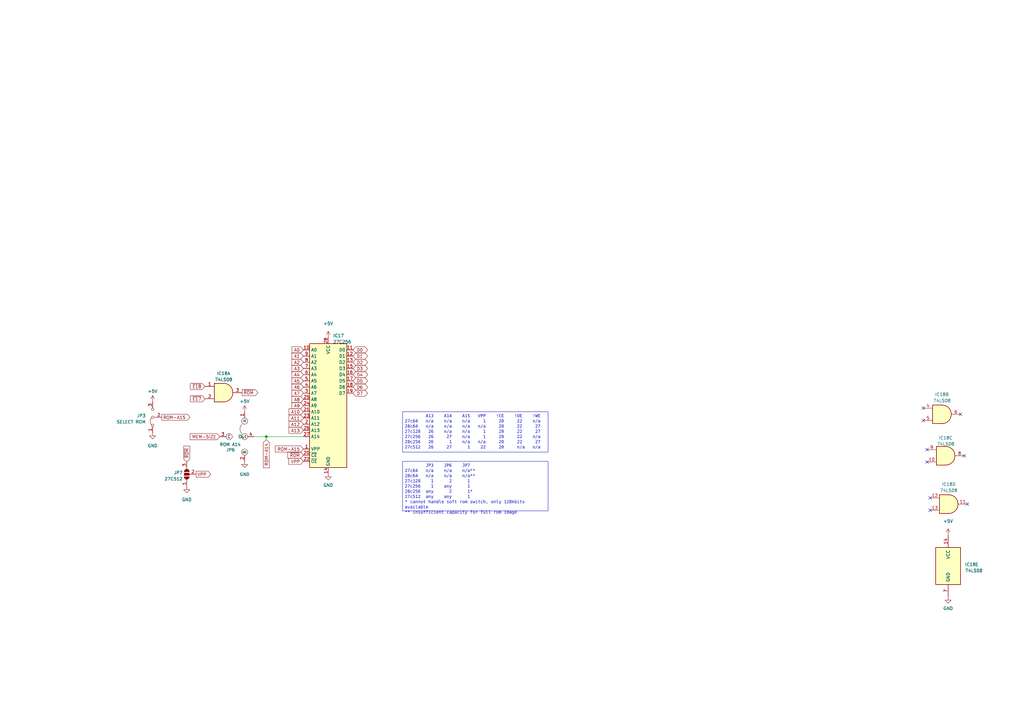
<source format=kicad_sch>
(kicad_sch (version 20250114) (generator "eeschema") (generator_version "9.0")
  (paper "A3")
  (title_block (date "2023-05-25") (rev "3.0") (comment 2 "Reposition dram and buffer"))
  (lib_symbols
    (symbol "+5V_1" (power) (pin_names (offset 0))
      (property "Value" "+5V_1" (at 0 3.556 0))
      (symbol "+5V_1_0_1"
        (polyline (pts (xy -0.762 1.27) (xy 0 2.54)))
        (polyline (pts (xy 0 2.54) (xy 0.762 1.27)))
        (polyline (pts (xy 0 0) (xy 0 2.54)))
      )
      (symbol "+5V_1_1_1"
        (pin power_in line (at 0 0 90) (length 0) (hide yes) (name "+5V") (number "1"))
      )
    )
    (symbol "74xx:74LS08" (pin_names (offset 1.016))
      (property "Reference" "U" (at 0 1.27 0))
      (property "Value" "74LS08" (at 0 -1.27 0))
      (symbol "74LS08_1_1"
        (arc (start 0 3.81) (mid 3.7934 0) (end 0 -3.81) (stroke (width 0.254)) (fill (type background)))
        (polyline (pts (xy 0 3.81) (xy -3.81 3.81) (xy -3.81 -3.81) (xy 0 -3.81)) (stroke (width 0.254)) (fill (type background)))
        (pin input line (at -7.62 2.54 0) (length 3.81) (name "~") (number "1"))
        (pin input line (at -7.62 -2.54 0) (length 3.81) (name "~") (number "2"))
        (pin output line (at 7.62 0 180) (length 3.81) (name "~") (number "3"))
      )
      (symbol "74LS08_1_2"
        (arc (start -3.81 3.81) (mid -2.589 0) (end -3.81 -3.81) (stroke (width 0.254)))
        (polyline (pts (xy -3.81 3.81) (xy -0.635 3.81)) (stroke (width 0.254)) (fill (type background)))
        (polyline (pts (xy -3.81 -3.81) (xy -0.635 -3.81)) (stroke (width 0.254)) (fill (type background)))
        (arc (start 3.81 0) (mid 2.1855 -2.584) (end -0.6096 -3.81) (stroke (width 0.254)) (fill (type background)))
        (arc (start -0.6096 3.81) (mid 2.1928 2.5924) (end 3.81 0) (stroke (width 0.254)) (fill (type background)))
        (polyline (pts (xy -0.635 3.81) (xy -3.81 3.81) (xy -3.81 3.81) (xy -3.556 3.4036) (xy -3.0226 2.2606) (xy -2.6924 1.0414) (xy -2.6162 -0.254) (xy -2.7686 -1.4986) (xy -3.175 -2.7178) (xy -3.81 -3.81) (xy -3.81 -3.81) (xy -0.635 -3.81)) (stroke (width -25.4)) (fill (type background)))
        (pin input inverted (at -7.62 2.54 0) (length 4.318) (name "~") (number "1"))
        (pin input inverted (at -7.62 -2.54 0) (length 4.318) (name "~") (number "2"))
        (pin output inverted (at 7.62 0 180) (length 3.81) (name "~") (number "3"))
      )
      (symbol "74LS08_2_1"
        (arc (start 0 3.81) (mid 3.7934 0) (end 0 -3.81) (stroke (width 0.254)) (fill (type background)))
        (polyline (pts (xy 0 3.81) (xy -3.81 3.81) (xy -3.81 -3.81) (xy 0 -3.81)) (stroke (width 0.254)) (fill (type background)))
        (pin input line (at -7.62 2.54 0) (length 3.81) (name "~") (number "4"))
        (pin input line (at -7.62 -2.54 0) (length 3.81) (name "~") (number "5"))
        (pin output line (at 7.62 0 180) (length 3.81) (name "~") (number "6"))
      )
      (symbol "74LS08_2_2"
        (arc (start -3.81 3.81) (mid -2.589 0) (end -3.81 -3.81) (stroke (width 0.254)))
        (polyline (pts (xy -3.81 3.81) (xy -0.635 3.81)) (stroke (width 0.254)) (fill (type background)))
        (polyline (pts (xy -3.81 -3.81) (xy -0.635 -3.81)) (stroke (width 0.254)) (fill (type background)))
        (arc (start 3.81 0) (mid 2.1855 -2.584) (end -0.6096 -3.81) (stroke (width 0.254)) (fill (type background)))
        (arc (start -0.6096 3.81) (mid 2.1928 2.5924) (end 3.81 0) (stroke (width 0.254)) (fill (type background)))
        (polyline (pts (xy -0.635 3.81) (xy -3.81 3.81) (xy -3.81 3.81) (xy -3.556 3.4036) (xy -3.0226 2.2606) (xy -2.6924 1.0414) (xy -2.6162 -0.254) (xy -2.7686 -1.4986) (xy -3.175 -2.7178) (xy -3.81 -3.81) (xy -3.81 -3.81) (xy -0.635 -3.81)) (stroke (width -25.4)) (fill (type background)))
        (pin input inverted (at -7.62 2.54 0) (length 4.318) (name "~") (number "4"))
        (pin input inverted (at -7.62 -2.54 0) (length 4.318) (name "~") (number "5"))
        (pin output inverted (at 7.62 0 180) (length 3.81) (name "~") (number "6"))
      )
      (symbol "74LS08_3_1"
        (arc (start 0 3.81) (mid 3.7934 0) (end 0 -3.81) (stroke (width 0.254)) (fill (type background)))
        (polyline (pts (xy 0 3.81) (xy -3.81 3.81) (xy -3.81 -3.81) (xy 0 -3.81)) (stroke (width 0.254)) (fill (type background)))
        (pin input line (at -7.62 2.54 0) (length 3.81) (name "~") (number "9"))
        (pin input line (at -7.62 -2.54 0) (length 3.81) (name "~") (number "10"))
        (pin output line (at 7.62 0 180) (length 3.81) (name "~") (number "8"))
      )
      (symbol "74LS08_3_2"
        (arc (start -3.81 3.81) (mid -2.589 0) (end -3.81 -3.81) (stroke (width 0.254)))
        (polyline (pts (xy -3.81 3.81) (xy -0.635 3.81)) (stroke (width 0.254)) (fill (type background)))
        (polyline (pts (xy -3.81 -3.81) (xy -0.635 -3.81)) (stroke (width 0.254)) (fill (type background)))
        (arc (start 3.81 0) (mid 2.1855 -2.584) (end -0.6096 -3.81) (stroke (width 0.254)) (fill (type background)))
        (arc (start -0.6096 3.81) (mid 2.1928 2.5924) (end 3.81 0) (stroke (width 0.254)) (fill (type background)))
        (polyline (pts (xy -0.635 3.81) (xy -3.81 3.81) (xy -3.81 3.81) (xy -3.556 3.4036) (xy -3.0226 2.2606) (xy -2.6924 1.0414) (xy -2.6162 -0.254) (xy -2.7686 -1.4986) (xy -3.175 -2.7178) (xy -3.81 -3.81) (xy -3.81 -3.81) (xy -0.635 -3.81)) (stroke (width -25.4)) (fill (type background)))
        (pin input inverted (at -7.62 2.54 0) (length 4.318) (name "~") (number "9"))
        (pin input inverted (at -7.62 -2.54 0) (length 4.318) (name "~") (number "10"))
        (pin output inverted (at 7.62 0 180) (length 3.81) (name "~") (number "8"))
      )
      (symbol "74LS08_4_1"
        (arc (start 0 3.81) (mid 3.7934 0) (end 0 -3.81) (stroke (width 0.254)) (fill (type background)))
        (polyline (pts (xy 0 3.81) (xy -3.81 3.81) (xy -3.81 -3.81) (xy 0 -3.81)) (stroke (width 0.254)) (fill (type background)))
        (pin input line (at -7.62 2.54 0) (length 3.81) (name "~") (number "12"))
        (pin input line (at -7.62 -2.54 0) (length 3.81) (name "~") (number "13"))
        (pin output line (at 7.62 0 180) (length 3.81) (name "~") (number "11"))
      )
      (symbol "74LS08_4_2"
        (arc (start -3.81 3.81) (mid -2.589 0) (end -3.81 -3.81) (stroke (width 0.254)))
        (polyline (pts (xy -3.81 3.81) (xy -0.635 3.81)) (stroke (width 0.254)) (fill (type background)))
        (polyline (pts (xy -3.81 -3.81) (xy -0.635 -3.81)) (stroke (width 0.254)) (fill (type background)))
        (arc (start 3.81 0) (mid 2.1855 -2.584) (end -0.6096 -3.81) (stroke (width 0.254)) (fill (type background)))
        (arc (start -0.6096 3.81) (mid 2.1928 2.5924) (end 3.81 0) (stroke (width 0.254)) (fill (type background)))
        (polyline (pts (xy -0.635 3.81) (xy -3.81 3.81) (xy -3.81 3.81) (xy -3.556 3.4036) (xy -3.0226 2.2606) (xy -2.6924 1.0414) (xy -2.6162 -0.254) (xy -2.7686 -1.4986) (xy -3.175 -2.7178) (xy -3.81 -3.81) (xy -3.81 -3.81) (xy -0.635 -3.81)) (stroke (width -25.4)) (fill (type background)))
        (pin input inverted (at -7.62 2.54 0) (length 4.318) (name "~") (number "12"))
        (pin input inverted (at -7.62 -2.54 0) (length 4.318) (name "~") (number "13"))
        (pin output inverted (at 7.62 0 180) (length 3.81) (name "~") (number "11"))
      )
      (symbol "74LS08_5_0"
        (pin power_in line (at 0 12.7 270) (length 5.08) (name "VCC") (number "14"))
        (pin power_in line (at 0 -12.7 90) (length 5.08) (name "GND") (number "7"))
      )
      (symbol "74LS08_5_1"
        (rectangle (start -5.08 7.62) (end 5.08 -7.62) (stroke (width 0.254)) (fill (type background)))
      )
    )
    (symbol "GND_1" (power) (pin_names (offset 0))
      (property "Value" "GND_1" (at 0 -3.81 0))
      (symbol "GND_1_0_1"
        (polyline (pts (xy 0 0) (xy 0 -1.27) (xy 1.27 -1.27) (xy 0 -2.54) (xy -1.27 -1.27) (xy 0 -1.27)))
      )
      (symbol "GND_1_1_1"
        (pin power_in line (at 0 0 270) (length 0) (hide yes) (name "GND") (number "1"))
      )
    )
    (symbol "Jumper:Jumper_3_Bridged12" (pin_names (offset 0) (hide yes))
      (property "Reference" "JP" (at -2.54 -2.54 0))
      (property "Value" "Jumper_3_Bridged12" (at 0 2.794 0))
      (symbol "Jumper_3_Bridged12_0_0"
        (circle (center -3.302 0) (radius 0.508))
        (circle (center 0 0) (radius 0.508))
        (circle (center 3.302 0) (radius 0.508))
      )
      (symbol "Jumper_3_Bridged12_0_1"
        (arc (start -3.048 0.508) (mid -1.651 0.9912) (end -0.254 0.508))
        (polyline (pts (xy 0 -1.27) (xy 0 -0.508)))
      )
      (symbol "Jumper_3_Bridged12_1_1"
        (pin passive line (at -6.35 0 0) (length 2.54) (name "A") (number "1"))
        (pin input line (at 0 -3.81 90) (length 2.54) (name "C") (number "2"))
        (pin passive line (at 6.35 0 180) (length 2.54) (name "B") (number "3"))
      )
    )
    (symbol "Jumper:SolderJumper_3_Open" (pin_names (offset 0) (hide yes))
      (property "Reference" "JP" (at -2.54 -2.54 0))
      (property "Value" "SolderJumper_3_Open" (at 0 2.794 0))
      (symbol "SolderJumper_3_Open_0_1"
        (polyline (pts (xy -2.54 0) (xy -2.032 0)))
        (polyline (pts (xy -1.016 1.016) (xy -1.016 -1.016)))
        (arc (start -1.016 -1.016) (mid -2.0276 0) (end -1.016 1.016))
        (arc (start -1.016 -1.016) (mid -2.0276 0) (end -1.016 1.016) (fill (type outline)))
        (rectangle (start -0.508 1.016) (end 0.508 -1.016) (fill (type outline)))
        (polyline (pts (xy 0 -1.27) (xy 0 -1.016)))
        (arc (start 1.016 1.016) (mid 2.0276 0) (end 1.016 -1.016))
        (arc (start 1.016 1.016) (mid 2.0276 0) (end 1.016 -1.016) (fill (type outline)))
        (polyline (pts (xy 1.016 1.016) (xy 1.016 -1.016)))
        (polyline (pts (xy 2.54 0) (xy 2.032 0)))
      )
      (symbol "SolderJumper_3_Open_1_1"
        (pin passive line (at -5.08 0 0) (length 2.54) (name "A") (number "1"))
        (pin passive line (at 0 -3.81 90) (length 2.54) (name "C") (number "2"))
        (pin passive line (at 5.08 0 180) (length 2.54) (name "B") (number "3"))
      )
    )
    (symbol "Memory_EPROM:27C256"
      (property "Reference" "U" (at -7.62 26.67 0))
      (property "Value" "27C256" (at 2.54 -26.67 0))
      (symbol "27C256_1_1"
        (rectangle (start -7.62 25.4) (end 7.62 -25.4) (stroke (width 0.254)) (fill (type background)))
        (pin input line (at -10.16 22.86 0) (length 2.54) (name "A0") (number "10"))
        (pin input line (at -10.16 20.32 0) (length 2.54) (name "A1") (number "9"))
        (pin input line (at -10.16 17.78 0) (length 2.54) (name "A2") (number "8"))
        (pin input line (at -10.16 15.24 0) (length 2.54) (name "A3") (number "7"))
        (pin input line (at -10.16 12.7 0) (length 2.54) (name "A4") (number "6"))
        (pin input line (at -10.16 10.16 0) (length 2.54) (name "A5") (number "5"))
        (pin input line (at -10.16 7.62 0) (length 2.54) (name "A6") (number "4"))
        (pin input line (at -10.16 5.08 0) (length 2.54) (name "A7") (number "3"))
        (pin input line (at -10.16 2.54 0) (length 2.54) (name "A8") (number "25"))
        (pin input line (at -10.16 0 0) (length 2.54) (name "A9") (number "24"))
        (pin input line (at -10.16 -2.54 0) (length 2.54) (name "A10") (number "21"))
        (pin input line (at -10.16 -5.08 0) (length 2.54) (name "A11") (number "23"))
        (pin input line (at -10.16 -7.62 0) (length 2.54) (name "A12") (number "2"))
        (pin input line (at -10.16 -10.16 0) (length 2.54) (name "A13") (number "26"))
        (pin input line (at -10.16 -12.7 0) (length 2.54) (name "A14") (number "27"))
        (pin input line (at -10.16 -17.78 0) (length 2.54) (name "VPP") (number "1"))
        (pin input line (at -10.16 -20.32 0) (length 2.54) (name "~{CE}") (number "20"))
        (pin input line (at -10.16 -22.86 0) (length 2.54) (name "~{OE}") (number "22"))
        (pin power_in line (at 0 27.94 270) (length 2.54) (name "VCC") (number "28"))
        (pin power_in line (at 0 -27.94 90) (length 2.54) (name "GND") (number "14"))
        (pin tri_state line (at 10.16 22.86 180) (length 2.54) (name "D0") (number "11"))
        (pin tri_state line (at 10.16 20.32 180) (length 2.54) (name "D1") (number "12"))
        (pin tri_state line (at 10.16 17.78 180) (length 2.54) (name "D2") (number "13"))
        (pin tri_state line (at 10.16 15.24 180) (length 2.54) (name "D3") (number "15"))
        (pin tri_state line (at 10.16 12.7 180) (length 2.54) (name "D4") (number "16"))
        (pin tri_state line (at 10.16 10.16 180) (length 2.54) (name "D5") (number "17"))
        (pin tri_state line (at 10.16 7.62 180) (length 2.54) (name "D6") (number "18"))
        (pin tri_state line (at 10.16 5.08 180) (length 2.54) (name "D7") (number "19"))
      )
    )
    (symbol "power:+5V" (power) (pin_names (offset 0))
      (property "Value" "+5V" (at 0 3.556 0))
      (symbol "+5V_0_1"
        (polyline (pts (xy -0.762 1.27) (xy 0 2.54)))
        (polyline (pts (xy 0 2.54) (xy 0.762 1.27)))
        (polyline (pts (xy 0 0) (xy 0 2.54)))
      )
      (symbol "+5V_1_1"
        (pin power_in line (at 0 0 90) (length 0) (hide yes) (name "+5V") (number "1"))
      )
    )
    (symbol "power:GND" (power) (pin_names (offset 0))
      (property "Value" "GND" (at 0 -3.81 0))
      (symbol "GND_0_1"
        (polyline (pts (xy 0 0) (xy 0 -1.27) (xy 1.27 -1.27) (xy 0 -2.54) (xy -1.27 -1.27) (xy 0 -1.27)))
      )
      (symbol "GND_1_1"
        (pin power_in line (at 0 0 270) (length 0) (hide yes) (name "GND") (number "1"))
      )
    )
    (symbol "vdg:Jumper_4"
      (property "Reference" "JP" (at 0 3.81 0))
      (symbol "Jumper_4_0_1"
        (circle (center -6.35 0) (radius 1.27))
        (arc (start -5.0252 1.1106) (mid -3.1202 1.8997) (end -1.2152 1.1106))
        (circle (center 0 6.35) (radius 1.27))
        (circle (center 0 0) (radius 1.27))
        (circle (center 6.35 0) (radius 1.27))
      )
      (symbol "Jumper_4_1_1"
        (pin passive line (at -10.16 0 0) (length 2.54) (name "A") (number "1"))
        (pin passive line (at 0 10.16 270) (length 2.54) (name "C") (number "3"))
        (pin passive line (at 0 -3.81 90) (length 2.54) (name "Out") (number "4"))
        (pin passive line (at 10.16 0 180) (length 2.54) (name "B") (number "2"))
      )
    )
  )
  (text_box "        JP3    JP6    JP7\n27c64   n/a    n/a    n/a**\n28c64   n/a    n/a    n/a**\n27c128    1      2      1\n27c256    1    any      1\n28c256  any      2      1*\n27c512  any    any      1\n* cannot handle soft rom switch, only 128kbits available\n** insufficient capacity for full rom image\n    " (at 165.1 189.23 0) (size 59.69 20.32) (margins 0.9525 0.9525 0.9525 0.9525) (effects (font (size 1.27 1.27)) (justify left top)))
  (text_box "        A13    A14    A15   VPP    !CE    !OE    !WE\n27c64   n/a    n/a    n/a     1     20     22    n/a\n28c64   n/a    n/a    n/a   n/a     20     22     27\n27c128   26    n/a    n/a     1     20     22     27\n27c256   26     27    n/a     1     20     22    n/a\n28c256   26      1    n/a   n/a     20     22     27\n27c512   26     27      1    22     20     n/a   n/a\n    " (at 165.1 168.91 0) (size 59.69 16.51) (margins 0.9525 0.9525 0.9525 0.9525) (effects (font (size 1.27 1.27)) (justify left top)))
  (junction (at 109.22 179.07))
  (no_connect (at 378.714 167.386))
  (no_connect (at 381.508 209.296))
  (no_connect (at 395.478 186.944))
  (no_connect (at 396.748 206.756))
  (no_connect (at 380.238 189.484))
  (no_connect (at 381.508 204.216))
  (no_connect (at 380.238 184.404))
  (no_connect (at 378.714 172.466))
  (no_connect (at 393.954 169.926))
  (wire (pts (xy 104.14 179.07) (xy 109.22 179.07)))
  (wire (pts (xy 109.22 180.34) (xy 109.22 179.07)))
  (wire (pts (xy 124.46 179.07) (xy 109.22 179.07)))
  (global_label "D7" (shape bidirectional) (at 144.78 161.29 0) (property "Intersheetrefs" "${INTERSHEET_REFS}" (effects (hide yes))))
  (global_label "A7" (shape input) (at 124.46 161.29 180) (property "Intersheetrefs" "${INTERSHEET_REFS}" (effects (hide yes))))
  (global_label "D1" (shape bidirectional) (at 144.78 146.05 0) (property "Intersheetrefs" "${INTERSHEET_REFS}" (effects (hide yes))))
  (global_label "A12" (shape input) (at 124.46 173.99 180) (property "Intersheetrefs" "${INTERSHEET_REFS}" (effects (hide yes))))
  (global_label "~{E18}" (shape input) (at 84.074 158.496 180) (property "Intersheetrefs" "${INTERSHEET_REFS}" (effects (hide yes))))
  (global_label "A8" (shape input) (at 124.46 163.83 180) (property "Intersheetrefs" "${INTERSHEET_REFS}" (effects (hide yes))))
  (global_label "D0" (shape bidirectional) (at 144.78 143.51 0) (property "Intersheetrefs" "${INTERSHEET_REFS}" (effects (hide yes))))
  (global_label "D2" (shape bidirectional) (at 144.78 148.59 0) (property "Intersheetrefs" "${INTERSHEET_REFS}" (effects (hide yes))))
  (global_label "ROM-A15" (shape output) (at 66.3956 171.1452 0) (property "Intersheetrefs" "${INTERSHEET_REFS}" (effects (hide yes))))
  (global_label "VPP" (shape output) (at 80.4164 194.5132 0) (property "Intersheetrefs" "${INTERSHEET_REFS}" (effects (hide yes))))
  (global_label "A11" (shape input) (at 124.46 171.45 180) (property "Intersheetrefs" "${INTERSHEET_REFS}" (effects (hide yes))))
  (global_label "~{ROM}" (shape input) (at 124.46 186.69 180) (property "Intersheetrefs" "${INTERSHEET_REFS}" (effects (hide yes))))
  (global_label "~{ROM}" (shape output) (at 99.314 161.036 0) (property "Intersheetrefs" "${INTERSHEET_REFS}" (effects (hide yes))))
  (global_label "A3" (shape input) (at 124.46 151.13 180) (property "Intersheetrefs" "${INTERSHEET_REFS}" (effects (hide yes))))
  (global_label "D3" (shape bidirectional) (at 144.78 151.13 0) (property "Intersheetrefs" "${INTERSHEET_REFS}" (effects (hide yes))))
  (global_label "D6" (shape bidirectional) (at 144.78 158.75 0) (property "Intersheetrefs" "${INTERSHEET_REFS}" (effects (hide yes))))
  (global_label "A13" (shape input) (at 124.46 176.53 180) (property "Intersheetrefs" "${INTERSHEET_REFS}" (effects (hide yes))))
  (global_label "A6" (shape input) (at 124.46 158.75 180) (property "Intersheetrefs" "${INTERSHEET_REFS}" (effects (hide yes))))
  (global_label "ROM-A15" (shape input) (at 124.46 184.15 180) (property "Intersheetrefs" "${INTERSHEET_REFS}" (effects (hide yes))))
  (global_label "A10" (shape input) (at 124.46 168.91 180) (property "Intersheetrefs" "${INTERSHEET_REFS}" (effects (hide yes))))
  (global_label "A2" (shape input) (at 124.46 148.59 180) (property "Intersheetrefs" "${INTERSHEET_REFS}" (effects (hide yes))))
  (global_label "ROM-A14" (shape input) (at 109.22 180.34 270) (property "Intersheetrefs" "${INTERSHEET_REFS}" (effects (hide yes))))
  (global_label "D4" (shape bidirectional) (at 144.78 153.67 0) (property "Intersheetrefs" "${INTERSHEET_REFS}" (effects (hide yes))))
  (global_label "MEM-SIZE" (shape input) (at 90.17 179.07 180) (property "Intersheetrefs" "${INTERSHEET_REFS}" (effects (hide yes))))
  (global_label "A1" (shape input) (at 124.46 146.05 180) (property "Intersheetrefs" "${INTERSHEET_REFS}" (effects (hide yes))))
  (global_label "A9" (shape input) (at 124.46 166.37 180) (property "Intersheetrefs" "${INTERSHEET_REFS}" (effects (hide yes))))
  (global_label "A4" (shape input) (at 124.46 153.67 180) (property "Intersheetrefs" "${INTERSHEET_REFS}" (effects (hide yes))))
  (global_label "~{E17}" (shape input) (at 84.074 163.576 180) (property "Intersheetrefs" "${INTERSHEET_REFS}" (effects (hide yes))))
  (global_label "D5" (shape bidirectional) (at 144.78 156.21 0) (property "Intersheetrefs" "${INTERSHEET_REFS}" (effects (hide yes))))
  (global_label "A0" (shape input) (at 124.46 143.51 180) (property "Intersheetrefs" "${INTERSHEET_REFS}" (effects (hide yes))))
  (global_label "VPP" (shape input) (at 124.46 189.23 180) (property "Intersheetrefs" "${INTERSHEET_REFS}" (effects (hide yes))))
  (global_label "~{ROM}" (shape input) (at 76.6064 189.4332 90) (property "Intersheetrefs" "${INTERSHEET_REFS}" (effects (hide yes))))
  (global_label "A5" (shape input) (at 124.46 156.21 180) (property "Intersheetrefs" "${INTERSHEET_REFS}" (effects (hide yes))))
  (symbol (lib_id "74xx:74LS08") (at 387.858 186.944 0) (unit 3)
    (property "Reference" "IC18" (at 387.8497 179.578 0))
    (property "Value" "74LS08" (at 387.8497 182.118 0))
    (property "Footprint" "Package_DIP:DIP-14_W7.62mm" (effects (hide yes)))
    (property "Datasheet" "http://www.ti.com/lit/gpn/sn74LS08" (effects (hide yes)))
    (property "LCSC" "C22394768" (effects (hide yes)))
  )
  (symbol (lib_id "vdg:Jumper_4") (at 100.33 179.07 90) (mirror x) (unit 1)
    (property "Reference" "JP6" (at 94.5388 184.5056 90))
    (property "Value" "ROM A14" (at 94.4372 182.3212 90))
    (property "Footprint" "Dragon:Jumper_4" (effects (hide yes)))
  )
  (symbol (lib_id "74xx:74LS08") (at 91.694 161.036 0) (unit 1)
    (property "Reference" "IC18" (at 91.6857 153.162 0))
    (property "Value" "74LS08" (at 91.6857 155.702 0))
    (property "Footprint" "Package_DIP:DIP-14_W7.62mm" (effects (hide yes)))
    (property "Datasheet" "http://www.ti.com/lit/gpn/sn74LS08" (effects (hide yes)))
    (property "LCSC" "C22394768" (effects (hide yes)))
  )
  (symbol (lib_id "74xx:74LS08") (at 386.334 169.926 0) (unit 2)
    (property "Reference" "IC18" (at 386.3257 161.798 0))
    (property "Value" "74LS08" (at 386.3257 164.338 0))
    (property "Footprint" "Package_DIP:DIP-14_W7.62mm" (effects (hide yes)))
    (property "Datasheet" "http://www.ti.com/lit/gpn/sn74LS08" (effects (hide yes)))
    (property "LCSC" "C22394768" (effects (hide yes)))
  )
  (symbol (lib_id "74xx:74LS08") (at 388.874 232.156 0) (unit 5)
    (property "Reference" "IC18" (at 395.732 231.521 0) (effects (justify left)))
    (property "Value" "74LS08" (at 395.732 234.061 0) (effects (justify left)))
    (property "Footprint" "Package_DIP:DIP-14_W7.62mm" (effects (hide yes)))
    (property "Datasheet" "http://www.ti.com/lit/gpn/sn74LS08" (effects (hide yes)))
    (property "LCSC" "C22394768" (effects (hide yes)))
  )
  (symbol (lib_name "GND_1") (lib_id "power:GND") (at 76.6064 199.5932 0) (unit 1)
    (property "Reference" "#PWR028" (effects (hide yes)))
    (property "Value" "GND" (at 76.6064 204.9272 0))
  )
  (symbol (lib_name "GND_1") (lib_id "power:GND") (at 62.5856 177.4952 0) (unit 1)
    (property "Reference" "#PWR025" (effects (hide yes)))
    (property "Value" "GND" (at 62.5856 182.8292 0))
  )
  (symbol (lib_name "+5V_1") (lib_id "power:+5V") (at 62.5856 164.7952 0) (unit 1)
    (property "Reference" "#PWR024" (effects (hide yes)))
    (property "Value" "+5V" (at 62.5856 160.4772 0))
  )
  (symbol (lib_id "74xx:74LS08") (at 389.128 206.756 0) (unit 4)
    (property "Reference" "IC18" (at 389.1197 198.628 0))
    (property "Value" "74LS08" (at 389.1197 201.168 0))
    (property "Footprint" "Package_DIP:DIP-14_W7.62mm" (effects (hide yes)))
    (property "Datasheet" "http://www.ti.com/lit/gpn/sn74LS08" (effects (hide yes)))
    (property "LCSC" "C22394768" (effects (hide yes)))
  )
  (symbol (lib_id "Memory_EPROM:27C256") (at 134.62 166.37 0) (unit 1)
    (property "Reference" "IC17" (at 136.5759 137.668 0) (effects (justify left)))
    (property "Value" "27C256" (at 136.5759 140.208 0) (effects (justify left)))
    (property "Footprint" "Package_DIP:DIP-28_W15.24mm" (effects (hide yes)))
    (property "Datasheet" "http://ww1.microchip.com/downloads/en/DeviceDoc/doc0014.pdf" (effects (hide yes)))
  )
  (symbol (lib_id "power:GND") (at 134.62 194.31 0) (unit 1)
    (property "Reference" "#PWR027" (effects (hide yes)))
    (property "Value" "GND" (at 134.62 199.009 0))
  )
  (symbol (lib_name "+5V_1") (lib_id "power:+5V") (at 100.33 168.91 0) (unit 1)
    (property "Reference" "#PWR023" (effects (hide yes)))
    (property "Value" "+5V" (at 100.33 164.592 0))
  )
  (symbol (lib_id "Jumper:Jumper_3_Bridged12") (at 62.5856 171.1452 90) (unit 1)
    (property "Reference" "JP3" (at 59.7916 170.5102 90) (effects (justify left)))
    (property "Value" "SELECT ROM" (at 59.7916 173.0502 90) (effects (justify left)))
    (property "Footprint" "Connector_PinHeader_2.54mm:PinHeader_1x03_P2.54mm_Vertical" (effects (hide yes)))
  )
  (symbol (lib_id "power:+5V") (at 134.62 138.43 0) (unit 1)
    (property "Reference" "#PWR026" (effects (hide yes)))
    (property "Value" "+5V" (at 134.62 132.715 0))
  )
  (symbol (lib_id "power:GND") (at 388.874 244.856 0) (unit 1)
    (property "Reference" "#PWR030" (effects (hide yes)))
    (property "Value" "GND" (at 388.874 249.555 0))
  )
  (symbol (lib_id "Jumper:SolderJumper_3_Open") (at 76.6064 194.5132 90) (unit 1)
    (property "Reference" "JP7" (at 74.93 193.8782 90) (effects (justify left)))
    (property "Value" "27C512" (at 74.93 196.4182 90) (effects (justify left)))
    (property "Footprint" "Jumper:SolderJumper-3_P1.3mm_Open_Pad1.0x1.5mm" (effects (hide yes)))
  )
  (symbol (lib_id "power:+5V") (at 388.874 219.456 0) (unit 1)
    (property "Reference" "#PWR029" (effects (hide yes)))
    (property "Value" "+5V" (at 388.874 213.741 0))
  )
  (symbol (lib_name "GND_1") (lib_id "power:GND") (at 100.33 189.23 0) (unit 1)
    (property "Reference" "#PWR047" (effects (hide yes)))
    (property "Value" "GND" (at 100.33 194.564 0))
  )
)
</source>
